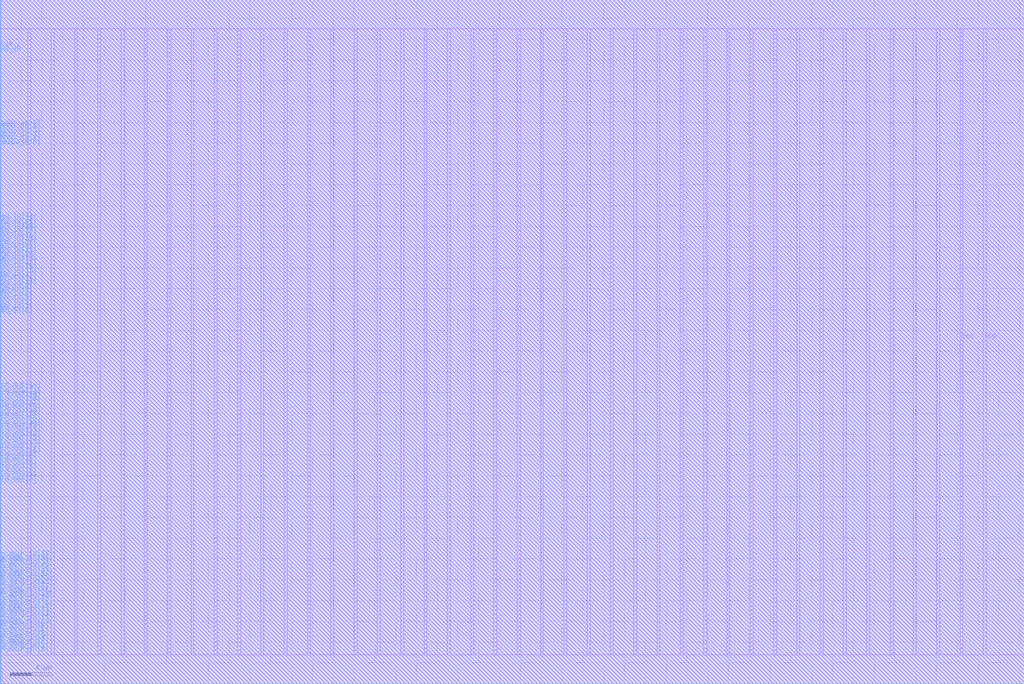
<source format=lef>
VERSION 5.7 ;
BUSBITCHARS "[]" ;
MACRO fakeram45_256x34_bottom
  FOREIGN fakeram45_256x34_bottom 0 0 ;
  SYMMETRY X Y R90 ;
  SIZE 0.19 BY 1.4 ;
  CLASS BLOCK ;
  PIN w_mask_in[0]
    DIRECTION INPUT ;
    USE SIGNAL ;
    SHAPE ABUTMENT ;
    PORT
      LAYER metal3 ;
      RECT 0.000 2.800 0.070 2.870 ;
    END
  END w_mask_in[0]
  PIN w_mask_in[1]
    DIRECTION INPUT ;
    USE SIGNAL ;
    SHAPE ABUTMENT ;
    PORT
      LAYER metal3 ;
      RECT 0.000 3.080 0.070 3.150 ;
    END
  END w_mask_in[1]
  PIN w_mask_in[2]
    DIRECTION INPUT ;
    USE SIGNAL ;
    SHAPE ABUTMENT ;
    PORT
      LAYER metal3 ;
      RECT 0.000 3.360 0.070 3.430 ;
    END
  END w_mask_in[2]
  PIN w_mask_in[3]
    DIRECTION INPUT ;
    USE SIGNAL ;
    SHAPE ABUTMENT ;
    PORT
      LAYER metal3 ;
      RECT 0.000 3.640 0.070 3.710 ;
    END
  END w_mask_in[3]
  PIN w_mask_in[4]
    DIRECTION INPUT ;
    USE SIGNAL ;
    SHAPE ABUTMENT ;
    PORT
      LAYER metal3 ;
      RECT 0.000 3.920 0.070 3.990 ;
    END
  END w_mask_in[4]
  PIN w_mask_in[5]
    DIRECTION INPUT ;
    USE SIGNAL ;
    SHAPE ABUTMENT ;
    PORT
      LAYER metal3 ;
      RECT 0.000 4.200 0.070 4.270 ;
    END
  END w_mask_in[5]
  PIN w_mask_in[6]
    DIRECTION INPUT ;
    USE SIGNAL ;
    SHAPE ABUTMENT ;
    PORT
      LAYER metal3 ;
      RECT 0.000 4.480 0.070 4.550 ;
    END
  END w_mask_in[6]
  PIN w_mask_in[7]
    DIRECTION INPUT ;
    USE SIGNAL ;
    SHAPE ABUTMENT ;
    PORT
      LAYER metal3 ;
      RECT 0.000 4.760 0.070 4.830 ;
    END
  END w_mask_in[7]
  PIN w_mask_in[8]
    DIRECTION INPUT ;
    USE SIGNAL ;
    SHAPE ABUTMENT ;
    PORT
      LAYER metal3 ;
      RECT 0.000 5.040 0.070 5.110 ;
    END
  END w_mask_in[8]
  PIN w_mask_in[9]
    DIRECTION INPUT ;
    USE SIGNAL ;
    SHAPE ABUTMENT ;
    PORT
      LAYER metal3 ;
      RECT 0.000 5.320 0.070 5.390 ;
    END
  END w_mask_in[9]
  PIN w_mask_in[10]
    DIRECTION INPUT ;
    USE SIGNAL ;
    SHAPE ABUTMENT ;
    PORT
      LAYER metal3 ;
      RECT 0.000 5.600 0.070 5.670 ;
    END
  END w_mask_in[10]
  PIN w_mask_in[11]
    DIRECTION INPUT ;
    USE SIGNAL ;
    SHAPE ABUTMENT ;
    PORT
      LAYER metal3 ;
      RECT 0.000 5.880 0.070 5.950 ;
    END
  END w_mask_in[11]
  PIN w_mask_in[12]
    DIRECTION INPUT ;
    USE SIGNAL ;
    SHAPE ABUTMENT ;
    PORT
      LAYER metal3 ;
      RECT 0.000 6.160 0.070 6.230 ;
    END
  END w_mask_in[12]
  PIN w_mask_in[13]
    DIRECTION INPUT ;
    USE SIGNAL ;
    SHAPE ABUTMENT ;
    PORT
      LAYER metal3 ;
      RECT 0.000 6.440 0.070 6.510 ;
    END
  END w_mask_in[13]
  PIN w_mask_in[14]
    DIRECTION INPUT ;
    USE SIGNAL ;
    SHAPE ABUTMENT ;
    PORT
      LAYER metal3 ;
      RECT 0.000 6.720 0.070 6.790 ;
    END
  END w_mask_in[14]
  PIN w_mask_in[15]
    DIRECTION INPUT ;
    USE SIGNAL ;
    SHAPE ABUTMENT ;
    PORT
      LAYER metal3 ;
      RECT 0.000 7.000 0.070 7.070 ;
    END
  END w_mask_in[15]
  PIN w_mask_in[16]
    DIRECTION INPUT ;
    USE SIGNAL ;
    SHAPE ABUTMENT ;
    PORT
      LAYER metal3 ;
      RECT 0.000 7.280 0.070 7.350 ;
    END
  END w_mask_in[16]
  PIN w_mask_in[17]
    DIRECTION INPUT ;
    USE SIGNAL ;
    SHAPE ABUTMENT ;
    PORT
      LAYER metal3 ;
      RECT 0.000 7.560 0.070 7.630 ;
    END
  END w_mask_in[17]
  PIN w_mask_in[18]
    DIRECTION INPUT ;
    USE SIGNAL ;
    SHAPE ABUTMENT ;
    PORT
      LAYER metal3 ;
      RECT 0.000 7.840 0.070 7.910 ;
    END
  END w_mask_in[18]
  PIN w_mask_in[19]
    DIRECTION INPUT ;
    USE SIGNAL ;
    SHAPE ABUTMENT ;
    PORT
      LAYER metal3 ;
      RECT 0.000 8.120 0.070 8.190 ;
    END
  END w_mask_in[19]
  PIN w_mask_in[20]
    DIRECTION INPUT ;
    USE SIGNAL ;
    SHAPE ABUTMENT ;
    PORT
      LAYER metal3 ;
      RECT 0.000 8.400 0.070 8.470 ;
    END
  END w_mask_in[20]
  PIN w_mask_in[21]
    DIRECTION INPUT ;
    USE SIGNAL ;
    SHAPE ABUTMENT ;
    PORT
      LAYER metal3 ;
      RECT 0.000 8.680 0.070 8.750 ;
    END
  END w_mask_in[21]
  PIN w_mask_in[22]
    DIRECTION INPUT ;
    USE SIGNAL ;
    SHAPE ABUTMENT ;
    PORT
      LAYER metal3 ;
      RECT 0.000 8.960 0.070 9.030 ;
    END
  END w_mask_in[22]
  PIN w_mask_in[23]
    DIRECTION INPUT ;
    USE SIGNAL ;
    SHAPE ABUTMENT ;
    PORT
      LAYER metal3 ;
      RECT 0.000 9.240 0.070 9.310 ;
    END
  END w_mask_in[23]
  PIN w_mask_in[24]
    DIRECTION INPUT ;
    USE SIGNAL ;
    SHAPE ABUTMENT ;
    PORT
      LAYER metal3 ;
      RECT 0.000 9.520 0.070 9.590 ;
    END
  END w_mask_in[24]
  PIN w_mask_in[25]
    DIRECTION INPUT ;
    USE SIGNAL ;
    SHAPE ABUTMENT ;
    PORT
      LAYER metal3 ;
      RECT 0.000 9.800 0.070 9.870 ;
    END
  END w_mask_in[25]
  PIN w_mask_in[26]
    DIRECTION INPUT ;
    USE SIGNAL ;
    SHAPE ABUTMENT ;
    PORT
      LAYER metal3 ;
      RECT 0.000 10.080 0.070 10.150 ;
    END
  END w_mask_in[26]
  PIN w_mask_in[27]
    DIRECTION INPUT ;
    USE SIGNAL ;
    SHAPE ABUTMENT ;
    PORT
      LAYER metal3 ;
      RECT 0.000 10.360 0.070 10.430 ;
    END
  END w_mask_in[27]
  PIN w_mask_in[28]
    DIRECTION INPUT ;
    USE SIGNAL ;
    SHAPE ABUTMENT ;
    PORT
      LAYER metal3 ;
      RECT 0.000 10.640 0.070 10.710 ;
    END
  END w_mask_in[28]
  PIN w_mask_in[29]
    DIRECTION INPUT ;
    USE SIGNAL ;
    SHAPE ABUTMENT ;
    PORT
      LAYER metal3 ;
      RECT 0.000 10.920 0.070 10.990 ;
    END
  END w_mask_in[29]
  PIN w_mask_in[30]
    DIRECTION INPUT ;
    USE SIGNAL ;
    SHAPE ABUTMENT ;
    PORT
      LAYER metal3 ;
      RECT 0.000 11.200 0.070 11.270 ;
    END
  END w_mask_in[30]
  PIN w_mask_in[31]
    DIRECTION INPUT ;
    USE SIGNAL ;
    SHAPE ABUTMENT ;
    PORT
      LAYER metal3 ;
      RECT 0.000 11.480 0.070 11.550 ;
    END
  END w_mask_in[31]
  PIN w_mask_in[32]
    DIRECTION INPUT ;
    USE SIGNAL ;
    SHAPE ABUTMENT ;
    PORT
      LAYER metal3 ;
      RECT 0.000 11.760 0.070 11.830 ;
    END
  END w_mask_in[32]
  PIN w_mask_in[33]
    DIRECTION INPUT ;
    USE SIGNAL ;
    SHAPE ABUTMENT ;
    PORT
      LAYER metal3 ;
      RECT 0.000 12.040 0.070 12.110 ;
    END
  END w_mask_in[33]
  PIN rd_out[0]
    DIRECTION OUTPUT ;
    USE SIGNAL ;
    SHAPE ABUTMENT ;
    PORT
      LAYER metal3 ;
      RECT 0.000 19.040 0.070 19.110 ;
    END
  END rd_out[0]
  PIN rd_out[1]
    DIRECTION OUTPUT ;
    USE SIGNAL ;
    SHAPE ABUTMENT ;
    PORT
      LAYER metal3 ;
      RECT 0.000 19.320 0.070 19.390 ;
    END
  END rd_out[1]
  PIN rd_out[2]
    DIRECTION OUTPUT ;
    USE SIGNAL ;
    SHAPE ABUTMENT ;
    PORT
      LAYER metal3 ;
      RECT 0.000 19.600 0.070 19.670 ;
    END
  END rd_out[2]
  PIN rd_out[3]
    DIRECTION OUTPUT ;
    USE SIGNAL ;
    SHAPE ABUTMENT ;
    PORT
      LAYER metal3 ;
      RECT 0.000 19.880 0.070 19.950 ;
    END
  END rd_out[3]
  PIN rd_out[4]
    DIRECTION OUTPUT ;
    USE SIGNAL ;
    SHAPE ABUTMENT ;
    PORT
      LAYER metal3 ;
      RECT 0.000 20.160 0.070 20.230 ;
    END
  END rd_out[4]
  PIN rd_out[5]
    DIRECTION OUTPUT ;
    USE SIGNAL ;
    SHAPE ABUTMENT ;
    PORT
      LAYER metal3 ;
      RECT 0.000 20.440 0.070 20.510 ;
    END
  END rd_out[5]
  PIN rd_out[6]
    DIRECTION OUTPUT ;
    USE SIGNAL ;
    SHAPE ABUTMENT ;
    PORT
      LAYER metal3 ;
      RECT 0.000 20.720 0.070 20.790 ;
    END
  END rd_out[6]
  PIN rd_out[7]
    DIRECTION OUTPUT ;
    USE SIGNAL ;
    SHAPE ABUTMENT ;
    PORT
      LAYER metal3 ;
      RECT 0.000 21.000 0.070 21.070 ;
    END
  END rd_out[7]
  PIN rd_out[8]
    DIRECTION OUTPUT ;
    USE SIGNAL ;
    SHAPE ABUTMENT ;
    PORT
      LAYER metal3 ;
      RECT 0.000 21.280 0.070 21.350 ;
    END
  END rd_out[8]
  PIN rd_out[9]
    DIRECTION OUTPUT ;
    USE SIGNAL ;
    SHAPE ABUTMENT ;
    PORT
      LAYER metal3 ;
      RECT 0.000 21.560 0.070 21.630 ;
    END
  END rd_out[9]
  PIN rd_out[10]
    DIRECTION OUTPUT ;
    USE SIGNAL ;
    SHAPE ABUTMENT ;
    PORT
      LAYER metal3 ;
      RECT 0.000 21.840 0.070 21.910 ;
    END
  END rd_out[10]
  PIN rd_out[11]
    DIRECTION OUTPUT ;
    USE SIGNAL ;
    SHAPE ABUTMENT ;
    PORT
      LAYER metal3 ;
      RECT 0.000 22.120 0.070 22.190 ;
    END
  END rd_out[11]
  PIN rd_out[12]
    DIRECTION OUTPUT ;
    USE SIGNAL ;
    SHAPE ABUTMENT ;
    PORT
      LAYER metal3 ;
      RECT 0.000 22.400 0.070 22.470 ;
    END
  END rd_out[12]
  PIN rd_out[13]
    DIRECTION OUTPUT ;
    USE SIGNAL ;
    SHAPE ABUTMENT ;
    PORT
      LAYER metal3 ;
      RECT 0.000 22.680 0.070 22.750 ;
    END
  END rd_out[13]
  PIN rd_out[14]
    DIRECTION OUTPUT ;
    USE SIGNAL ;
    SHAPE ABUTMENT ;
    PORT
      LAYER metal3 ;
      RECT 0.000 22.960 0.070 23.030 ;
    END
  END rd_out[14]
  PIN rd_out[15]
    DIRECTION OUTPUT ;
    USE SIGNAL ;
    SHAPE ABUTMENT ;
    PORT
      LAYER metal3 ;
      RECT 0.000 23.240 0.070 23.310 ;
    END
  END rd_out[15]
  PIN rd_out[16]
    DIRECTION OUTPUT ;
    USE SIGNAL ;
    SHAPE ABUTMENT ;
    PORT
      LAYER metal3 ;
      RECT 0.000 23.520 0.070 23.590 ;
    END
  END rd_out[16]
  PIN rd_out[17]
    DIRECTION OUTPUT ;
    USE SIGNAL ;
    SHAPE ABUTMENT ;
    PORT
      LAYER metal3 ;
      RECT 0.000 23.800 0.070 23.870 ;
    END
  END rd_out[17]
  PIN rd_out[18]
    DIRECTION OUTPUT ;
    USE SIGNAL ;
    SHAPE ABUTMENT ;
    PORT
      LAYER metal3 ;
      RECT 0.000 24.080 0.070 24.150 ;
    END
  END rd_out[18]
  PIN rd_out[19]
    DIRECTION OUTPUT ;
    USE SIGNAL ;
    SHAPE ABUTMENT ;
    PORT
      LAYER metal3 ;
      RECT 0.000 24.360 0.070 24.430 ;
    END
  END rd_out[19]
  PIN rd_out[20]
    DIRECTION OUTPUT ;
    USE SIGNAL ;
    SHAPE ABUTMENT ;
    PORT
      LAYER metal3 ;
      RECT 0.000 24.640 0.070 24.710 ;
    END
  END rd_out[20]
  PIN rd_out[21]
    DIRECTION OUTPUT ;
    USE SIGNAL ;
    SHAPE ABUTMENT ;
    PORT
      LAYER metal3 ;
      RECT 0.000 24.920 0.070 24.990 ;
    END
  END rd_out[21]
  PIN rd_out[22]
    DIRECTION OUTPUT ;
    USE SIGNAL ;
    SHAPE ABUTMENT ;
    PORT
      LAYER metal3 ;
      RECT 0.000 25.200 0.070 25.270 ;
    END
  END rd_out[22]
  PIN rd_out[23]
    DIRECTION OUTPUT ;
    USE SIGNAL ;
    SHAPE ABUTMENT ;
    PORT
      LAYER metal3 ;
      RECT 0.000 25.480 0.070 25.550 ;
    END
  END rd_out[23]
  PIN rd_out[24]
    DIRECTION OUTPUT ;
    USE SIGNAL ;
    SHAPE ABUTMENT ;
    PORT
      LAYER metal3 ;
      RECT 0.000 25.760 0.070 25.830 ;
    END
  END rd_out[24]
  PIN rd_out[25]
    DIRECTION OUTPUT ;
    USE SIGNAL ;
    SHAPE ABUTMENT ;
    PORT
      LAYER metal3 ;
      RECT 0.000 26.040 0.070 26.110 ;
    END
  END rd_out[25]
  PIN rd_out[26]
    DIRECTION OUTPUT ;
    USE SIGNAL ;
    SHAPE ABUTMENT ;
    PORT
      LAYER metal3 ;
      RECT 0.000 26.320 0.070 26.390 ;
    END
  END rd_out[26]
  PIN rd_out[27]
    DIRECTION OUTPUT ;
    USE SIGNAL ;
    SHAPE ABUTMENT ;
    PORT
      LAYER metal3 ;
      RECT 0.000 26.600 0.070 26.670 ;
    END
  END rd_out[27]
  PIN rd_out[28]
    DIRECTION OUTPUT ;
    USE SIGNAL ;
    SHAPE ABUTMENT ;
    PORT
      LAYER metal3 ;
      RECT 0.000 26.880 0.070 26.950 ;
    END
  END rd_out[28]
  PIN rd_out[29]
    DIRECTION OUTPUT ;
    USE SIGNAL ;
    SHAPE ABUTMENT ;
    PORT
      LAYER metal3 ;
      RECT 0.000 27.160 0.070 27.230 ;
    END
  END rd_out[29]
  PIN rd_out[30]
    DIRECTION OUTPUT ;
    USE SIGNAL ;
    SHAPE ABUTMENT ;
    PORT
      LAYER metal3 ;
      RECT 0.000 27.440 0.070 27.510 ;
    END
  END rd_out[30]
  PIN rd_out[31]
    DIRECTION OUTPUT ;
    USE SIGNAL ;
    SHAPE ABUTMENT ;
    PORT
      LAYER metal3 ;
      RECT 0.000 27.720 0.070 27.790 ;
    END
  END rd_out[31]
  PIN rd_out[32]
    DIRECTION OUTPUT ;
    USE SIGNAL ;
    SHAPE ABUTMENT ;
    PORT
      LAYER metal3 ;
      RECT 0.000 28.000 0.070 28.070 ;
    END
  END rd_out[32]
  PIN rd_out[33]
    DIRECTION OUTPUT ;
    USE SIGNAL ;
    SHAPE ABUTMENT ;
    PORT
      LAYER metal3 ;
      RECT 0.000 28.280 0.070 28.350 ;
    END
  END rd_out[33]
  PIN wd_in[0]
    DIRECTION INPUT ;
    USE SIGNAL ;
    SHAPE ABUTMENT ;
    PORT
      LAYER metal3 ;
      RECT 0.000 35.280 0.070 35.350 ;
    END
  END wd_in[0]
  PIN wd_in[1]
    DIRECTION INPUT ;
    USE SIGNAL ;
    SHAPE ABUTMENT ;
    PORT
      LAYER metal3 ;
      RECT 0.000 35.560 0.070 35.630 ;
    END
  END wd_in[1]
  PIN wd_in[2]
    DIRECTION INPUT ;
    USE SIGNAL ;
    SHAPE ABUTMENT ;
    PORT
      LAYER metal3 ;
      RECT 0.000 35.840 0.070 35.910 ;
    END
  END wd_in[2]
  PIN wd_in[3]
    DIRECTION INPUT ;
    USE SIGNAL ;
    SHAPE ABUTMENT ;
    PORT
      LAYER metal3 ;
      RECT 0.000 36.120 0.070 36.190 ;
    END
  END wd_in[3]
  PIN wd_in[4]
    DIRECTION INPUT ;
    USE SIGNAL ;
    SHAPE ABUTMENT ;
    PORT
      LAYER metal3 ;
      RECT 0.000 36.400 0.070 36.470 ;
    END
  END wd_in[4]
  PIN wd_in[5]
    DIRECTION INPUT ;
    USE SIGNAL ;
    SHAPE ABUTMENT ;
    PORT
      LAYER metal3 ;
      RECT 0.000 36.680 0.070 36.750 ;
    END
  END wd_in[5]
  PIN wd_in[6]
    DIRECTION INPUT ;
    USE SIGNAL ;
    SHAPE ABUTMENT ;
    PORT
      LAYER metal3 ;
      RECT 0.000 36.960 0.070 37.030 ;
    END
  END wd_in[6]
  PIN wd_in[7]
    DIRECTION INPUT ;
    USE SIGNAL ;
    SHAPE ABUTMENT ;
    PORT
      LAYER metal3 ;
      RECT 0.000 37.240 0.070 37.310 ;
    END
  END wd_in[7]
  PIN wd_in[8]
    DIRECTION INPUT ;
    USE SIGNAL ;
    SHAPE ABUTMENT ;
    PORT
      LAYER metal3 ;
      RECT 0.000 37.520 0.070 37.590 ;
    END
  END wd_in[8]
  PIN wd_in[9]
    DIRECTION INPUT ;
    USE SIGNAL ;
    SHAPE ABUTMENT ;
    PORT
      LAYER metal3 ;
      RECT 0.000 37.800 0.070 37.870 ;
    END
  END wd_in[9]
  PIN wd_in[10]
    DIRECTION INPUT ;
    USE SIGNAL ;
    SHAPE ABUTMENT ;
    PORT
      LAYER metal3 ;
      RECT 0.000 38.080 0.070 38.150 ;
    END
  END wd_in[10]
  PIN wd_in[11]
    DIRECTION INPUT ;
    USE SIGNAL ;
    SHAPE ABUTMENT ;
    PORT
      LAYER metal3 ;
      RECT 0.000 38.360 0.070 38.430 ;
    END
  END wd_in[11]
  PIN wd_in[12]
    DIRECTION INPUT ;
    USE SIGNAL ;
    SHAPE ABUTMENT ;
    PORT
      LAYER metal3 ;
      RECT 0.000 38.640 0.070 38.710 ;
    END
  END wd_in[12]
  PIN wd_in[13]
    DIRECTION INPUT ;
    USE SIGNAL ;
    SHAPE ABUTMENT ;
    PORT
      LAYER metal3 ;
      RECT 0.000 38.920 0.070 38.990 ;
    END
  END wd_in[13]
  PIN wd_in[14]
    DIRECTION INPUT ;
    USE SIGNAL ;
    SHAPE ABUTMENT ;
    PORT
      LAYER metal3 ;
      RECT 0.000 39.200 0.070 39.270 ;
    END
  END wd_in[14]
  PIN wd_in[15]
    DIRECTION INPUT ;
    USE SIGNAL ;
    SHAPE ABUTMENT ;
    PORT
      LAYER metal3 ;
      RECT 0.000 39.480 0.070 39.550 ;
    END
  END wd_in[15]
  PIN wd_in[16]
    DIRECTION INPUT ;
    USE SIGNAL ;
    SHAPE ABUTMENT ;
    PORT
      LAYER metal3 ;
      RECT 0.000 39.760 0.070 39.830 ;
    END
  END wd_in[16]
  PIN wd_in[17]
    DIRECTION INPUT ;
    USE SIGNAL ;
    SHAPE ABUTMENT ;
    PORT
      LAYER metal3 ;
      RECT 0.000 40.040 0.070 40.110 ;
    END
  END wd_in[17]
  PIN wd_in[18]
    DIRECTION INPUT ;
    USE SIGNAL ;
    SHAPE ABUTMENT ;
    PORT
      LAYER metal3 ;
      RECT 0.000 40.320 0.070 40.390 ;
    END
  END wd_in[18]
  PIN wd_in[19]
    DIRECTION INPUT ;
    USE SIGNAL ;
    SHAPE ABUTMENT ;
    PORT
      LAYER metal3 ;
      RECT 0.000 40.600 0.070 40.670 ;
    END
  END wd_in[19]
  PIN wd_in[20]
    DIRECTION INPUT ;
    USE SIGNAL ;
    SHAPE ABUTMENT ;
    PORT
      LAYER metal3 ;
      RECT 0.000 40.880 0.070 40.950 ;
    END
  END wd_in[20]
  PIN wd_in[21]
    DIRECTION INPUT ;
    USE SIGNAL ;
    SHAPE ABUTMENT ;
    PORT
      LAYER metal3 ;
      RECT 0.000 41.160 0.070 41.230 ;
    END
  END wd_in[21]
  PIN wd_in[22]
    DIRECTION INPUT ;
    USE SIGNAL ;
    SHAPE ABUTMENT ;
    PORT
      LAYER metal3 ;
      RECT 0.000 41.440 0.070 41.510 ;
    END
  END wd_in[22]
  PIN wd_in[23]
    DIRECTION INPUT ;
    USE SIGNAL ;
    SHAPE ABUTMENT ;
    PORT
      LAYER metal3 ;
      RECT 0.000 41.720 0.070 41.790 ;
    END
  END wd_in[23]
  PIN wd_in[24]
    DIRECTION INPUT ;
    USE SIGNAL ;
    SHAPE ABUTMENT ;
    PORT
      LAYER metal3 ;
      RECT 0.000 42.000 0.070 42.070 ;
    END
  END wd_in[24]
  PIN wd_in[25]
    DIRECTION INPUT ;
    USE SIGNAL ;
    SHAPE ABUTMENT ;
    PORT
      LAYER metal3 ;
      RECT 0.000 42.280 0.070 42.350 ;
    END
  END wd_in[25]
  PIN wd_in[26]
    DIRECTION INPUT ;
    USE SIGNAL ;
    SHAPE ABUTMENT ;
    PORT
      LAYER metal3 ;
      RECT 0.000 42.560 0.070 42.630 ;
    END
  END wd_in[26]
  PIN wd_in[27]
    DIRECTION INPUT ;
    USE SIGNAL ;
    SHAPE ABUTMENT ;
    PORT
      LAYER metal3 ;
      RECT 0.000 42.840 0.070 42.910 ;
    END
  END wd_in[27]
  PIN wd_in[28]
    DIRECTION INPUT ;
    USE SIGNAL ;
    SHAPE ABUTMENT ;
    PORT
      LAYER metal3 ;
      RECT 0.000 43.120 0.070 43.190 ;
    END
  END wd_in[28]
  PIN wd_in[29]
    DIRECTION INPUT ;
    USE SIGNAL ;
    SHAPE ABUTMENT ;
    PORT
      LAYER metal3 ;
      RECT 0.000 43.400 0.070 43.470 ;
    END
  END wd_in[29]
  PIN wd_in[30]
    DIRECTION INPUT ;
    USE SIGNAL ;
    SHAPE ABUTMENT ;
    PORT
      LAYER metal3 ;
      RECT 0.000 43.680 0.070 43.750 ;
    END
  END wd_in[30]
  PIN wd_in[31]
    DIRECTION INPUT ;
    USE SIGNAL ;
    SHAPE ABUTMENT ;
    PORT
      LAYER metal3 ;
      RECT 0.000 43.960 0.070 44.030 ;
    END
  END wd_in[31]
  PIN wd_in[32]
    DIRECTION INPUT ;
    USE SIGNAL ;
    SHAPE ABUTMENT ;
    PORT
      LAYER metal3 ;
      RECT 0.000 44.240 0.070 44.310 ;
    END
  END wd_in[32]
  PIN wd_in[33]
    DIRECTION INPUT ;
    USE SIGNAL ;
    SHAPE ABUTMENT ;
    PORT
      LAYER metal3 ;
      RECT 0.000 44.520 0.070 44.590 ;
    END
  END wd_in[33]
  PIN addr_in[0]
    DIRECTION INPUT ;
    USE SIGNAL ;
    SHAPE ABUTMENT ;
    PORT
      LAYER metal3 ;
      RECT 0.000 51.520 0.070 51.590 ;
    END
  END addr_in[0]
  PIN addr_in[1]
    DIRECTION INPUT ;
    USE SIGNAL ;
    SHAPE ABUTMENT ;
    PORT
      LAYER metal3 ;
      RECT 0.000 51.800 0.070 51.870 ;
    END
  END addr_in[1]
  PIN addr_in[2]
    DIRECTION INPUT ;
    USE SIGNAL ;
    SHAPE ABUTMENT ;
    PORT
      LAYER metal3 ;
      RECT 0.000 52.080 0.070 52.150 ;
    END
  END addr_in[2]
  PIN addr_in[3]
    DIRECTION INPUT ;
    USE SIGNAL ;
    SHAPE ABUTMENT ;
    PORT
      LAYER metal3 ;
      RECT 0.000 52.360 0.070 52.430 ;
    END
  END addr_in[3]
  PIN addr_in[4]
    DIRECTION INPUT ;
    USE SIGNAL ;
    SHAPE ABUTMENT ;
    PORT
      LAYER metal3 ;
      RECT 0.000 52.640 0.070 52.710 ;
    END
  END addr_in[4]
  PIN addr_in[5]
    DIRECTION INPUT ;
    USE SIGNAL ;
    SHAPE ABUTMENT ;
    PORT
      LAYER metal3 ;
      RECT 0.000 52.920 0.070 52.990 ;
    END
  END addr_in[5]
  PIN addr_in[6]
    DIRECTION INPUT ;
    USE SIGNAL ;
    SHAPE ABUTMENT ;
    PORT
      LAYER metal3 ;
      RECT 0.000 53.200 0.070 53.270 ;
    END
  END addr_in[6]
  PIN addr_in[7]
    DIRECTION INPUT ;
    USE SIGNAL ;
    SHAPE ABUTMENT ;
    PORT
      LAYER metal3 ;
      RECT 0.000 53.480 0.070 53.550 ;
    END
  END addr_in[7]
  PIN we_in
    DIRECTION INPUT ;
    USE SIGNAL ;
    SHAPE ABUTMENT ;
    PORT
      LAYER metal3 ;
      RECT 0.000 60.480 0.070 60.550 ;
    END
  END we_in
  PIN ce_in
    DIRECTION INPUT ;
    USE SIGNAL ;
    SHAPE ABUTMENT ;
    PORT
      LAYER metal3 ;
      RECT 0.000 60.760 0.070 60.830 ;
    END
  END ce_in
  PIN clk
    DIRECTION INPUT ;
    USE SIGNAL ;
    SHAPE ABUTMENT ;
    PORT
      LAYER metal3 ;
      RECT 0.000 61.040 0.070 61.110 ;
    END
  END clk
  PIN VSS
    DIRECTION INOUT ;
    USE GROUND ;
    PORT
      LAYER metal17 ;
      RECT 2.660 2.800 2.940 63.000 ;
      RECT 7.140 2.800 7.420 63.000 ;
      RECT 11.620 2.800 11.900 63.000 ;
      RECT 16.100 2.800 16.380 63.000 ;
      RECT 20.580 2.800 20.860 63.000 ;
      RECT 25.060 2.800 25.340 63.000 ;
      RECT 29.540 2.800 29.820 63.000 ;
      RECT 34.020 2.800 34.300 63.000 ;
      RECT 38.500 2.800 38.780 63.000 ;
      RECT 42.980 2.800 43.260 63.000 ;
      RECT 47.460 2.800 47.740 63.000 ;
      RECT 51.940 2.800 52.220 63.000 ;
      RECT 56.420 2.800 56.700 63.000 ;
      RECT 60.900 2.800 61.180 63.000 ;
      RECT 65.380 2.800 65.660 63.000 ;
      RECT 69.860 2.800 70.140 63.000 ;
      RECT 74.340 2.800 74.620 63.000 ;
      RECT 78.820 2.800 79.100 63.000 ;
      RECT 83.300 2.800 83.580 63.000 ;
      RECT 87.780 2.800 88.060 63.000 ;
      RECT 92.260 2.800 92.540 63.000 ;
    END
  END VSS
  PIN VDD
    DIRECTION INOUT ;
    USE POWER ;
    PORT
      LAYER metal17 ;
      RECT 4.900 2.800 5.180 63.000 ;
      RECT 9.380 2.800 9.660 63.000 ;
      RECT 13.860 2.800 14.140 63.000 ;
      RECT 18.340 2.800 18.620 63.000 ;
      RECT 22.820 2.800 23.100 63.000 ;
      RECT 27.300 2.800 27.580 63.000 ;
      RECT 31.780 2.800 32.060 63.000 ;
      RECT 36.260 2.800 36.540 63.000 ;
      RECT 40.740 2.800 41.020 63.000 ;
      RECT 45.220 2.800 45.500 63.000 ;
      RECT 49.700 2.800 49.980 63.000 ;
      RECT 54.180 2.800 54.460 63.000 ;
      RECT 58.660 2.800 58.940 63.000 ;
      RECT 63.140 2.800 63.420 63.000 ;
      RECT 67.620 2.800 67.900 63.000 ;
      RECT 72.100 2.800 72.380 63.000 ;
      RECT 76.580 2.800 76.860 63.000 ;
      RECT 81.060 2.800 81.340 63.000 ;
      RECT 85.540 2.800 85.820 63.000 ;
      RECT 90.020 2.800 90.300 63.000 ;
      RECT 94.500 2.800 94.780 63.000 ;
    END
  END VDD
  OBS
    LAYER metal20 ;
    RECT 0 0 98.420 65.800 ;
    LAYER metal19 ;
    RECT 0 0 98.420 65.800 ;
    LAYER metal3 ;
    RECT 0.070 0 98.420 65.800 ;
    RECT 0 0.000 0.070 2.800 ;
    RECT 0 2.870 0.070 3.080 ;
    RECT 0 3.150 0.070 3.360 ;
    RECT 0 3.430 0.070 3.640 ;
    RECT 0 3.710 0.070 3.920 ;
    RECT 0 3.990 0.070 4.200 ;
    RECT 0 4.270 0.070 4.480 ;
    RECT 0 4.550 0.070 4.760 ;
    RECT 0 4.830 0.070 5.040 ;
    RECT 0 5.110 0.070 5.320 ;
    RECT 0 5.390 0.070 5.600 ;
    RECT 0 5.670 0.070 5.880 ;
    RECT 0 5.950 0.070 6.160 ;
    RECT 0 6.230 0.070 6.440 ;
    RECT 0 6.510 0.070 6.720 ;
    RECT 0 6.790 0.070 7.000 ;
    RECT 0 7.070 0.070 7.280 ;
    RECT 0 7.350 0.070 7.560 ;
    RECT 0 7.630 0.070 7.840 ;
    RECT 0 7.910 0.070 8.120 ;
    RECT 0 8.190 0.070 8.400 ;
    RECT 0 8.470 0.070 8.680 ;
    RECT 0 8.750 0.070 8.960 ;
    RECT 0 9.030 0.070 9.240 ;
    RECT 0 9.310 0.070 9.520 ;
    RECT 0 9.590 0.070 9.800 ;
    RECT 0 9.870 0.070 10.080 ;
    RECT 0 10.150 0.070 10.360 ;
    RECT 0 10.430 0.070 10.640 ;
    RECT 0 10.710 0.070 10.920 ;
    RECT 0 10.990 0.070 11.200 ;
    RECT 0 11.270 0.070 11.480 ;
    RECT 0 11.550 0.070 11.760 ;
    RECT 0 11.830 0.070 12.040 ;
    RECT 0 12.110 0.070 19.040 ;
    RECT 0 19.110 0.070 19.320 ;
    RECT 0 19.390 0.070 19.600 ;
    RECT 0 19.670 0.070 19.880 ;
    RECT 0 19.950 0.070 20.160 ;
    RECT 0 20.230 0.070 20.440 ;
    RECT 0 20.510 0.070 20.720 ;
    RECT 0 20.790 0.070 21.000 ;
    RECT 0 21.070 0.070 21.280 ;
    RECT 0 21.350 0.070 21.560 ;
    RECT 0 21.630 0.070 21.840 ;
    RECT 0 21.910 0.070 22.120 ;
    RECT 0 22.190 0.070 22.400 ;
    RECT 0 22.470 0.070 22.680 ;
    RECT 0 22.750 0.070 22.960 ;
    RECT 0 23.030 0.070 23.240 ;
    RECT 0 23.310 0.070 23.520 ;
    RECT 0 23.590 0.070 23.800 ;
    RECT 0 23.870 0.070 24.080 ;
    RECT 0 24.150 0.070 24.360 ;
    RECT 0 24.430 0.070 24.640 ;
    RECT 0 24.710 0.070 24.920 ;
    RECT 0 24.990 0.070 25.200 ;
    RECT 0 25.270 0.070 25.480 ;
    RECT 0 25.550 0.070 25.760 ;
    RECT 0 25.830 0.070 26.040 ;
    RECT 0 26.110 0.070 26.320 ;
    RECT 0 26.390 0.070 26.600 ;
    RECT 0 26.670 0.070 26.880 ;
    RECT 0 26.950 0.070 27.160 ;
    RECT 0 27.230 0.070 27.440 ;
    RECT 0 27.510 0.070 27.720 ;
    RECT 0 27.790 0.070 28.000 ;
    RECT 0 28.070 0.070 28.280 ;
    RECT 0 28.350 0.070 35.280 ;
    RECT 0 35.350 0.070 35.560 ;
    RECT 0 35.630 0.070 35.840 ;
    RECT 0 35.910 0.070 36.120 ;
    RECT 0 36.190 0.070 36.400 ;
    RECT 0 36.470 0.070 36.680 ;
    RECT 0 36.750 0.070 36.960 ;
    RECT 0 37.030 0.070 37.240 ;
    RECT 0 37.310 0.070 37.520 ;
    RECT 0 37.590 0.070 37.800 ;
    RECT 0 37.870 0.070 38.080 ;
    RECT 0 38.150 0.070 38.360 ;
    RECT 0 38.430 0.070 38.640 ;
    RECT 0 38.710 0.070 38.920 ;
    RECT 0 38.990 0.070 39.200 ;
    RECT 0 39.270 0.070 39.480 ;
    RECT 0 39.550 0.070 39.760 ;
    RECT 0 39.830 0.070 40.040 ;
    RECT 0 40.110 0.070 40.320 ;
    RECT 0 40.390 0.070 40.600 ;
    RECT 0 40.670 0.070 40.880 ;
    RECT 0 40.950 0.070 41.160 ;
    RECT 0 41.230 0.070 41.440 ;
    RECT 0 41.510 0.070 41.720 ;
    RECT 0 41.790 0.070 42.000 ;
    RECT 0 42.070 0.070 42.280 ;
    RECT 0 42.350 0.070 42.560 ;
    RECT 0 42.630 0.070 42.840 ;
    RECT 0 42.910 0.070 43.120 ;
    RECT 0 43.190 0.070 43.400 ;
    RECT 0 43.470 0.070 43.680 ;
    RECT 0 43.750 0.070 43.960 ;
    RECT 0 44.030 0.070 44.240 ;
    RECT 0 44.310 0.070 44.520 ;
    RECT 0 44.590 0.070 51.520 ;
    RECT 0 51.590 0.070 51.800 ;
    RECT 0 51.870 0.070 52.080 ;
    RECT 0 52.150 0.070 52.360 ;
    RECT 0 52.430 0.070 52.640 ;
    RECT 0 52.710 0.070 52.920 ;
    RECT 0 52.990 0.070 53.200 ;
    RECT 0 53.270 0.070 53.480 ;
    RECT 0 53.550 0.070 60.480 ;
    RECT 0 60.550 0.070 60.760 ;
    RECT 0 60.830 0.070 61.040 ;
    RECT 0 61.110 0.070 65.800 ;
    LAYER metal17 ;
    RECT 0 0 98.420 2.800 ;
    RECT 0 63.000 98.420 65.800 ;
    RECT 0.000 2.800 2.660 63.000 ;
    RECT 2.940 2.800 4.900 63.000 ;
    RECT 5.180 2.800 7.140 63.000 ;
    RECT 7.420 2.800 9.380 63.000 ;
    RECT 9.660 2.800 11.620 63.000 ;
    RECT 11.900 2.800 13.860 63.000 ;
    RECT 14.140 2.800 16.100 63.000 ;
    RECT 16.380 2.800 18.340 63.000 ;
    RECT 18.620 2.800 20.580 63.000 ;
    RECT 20.860 2.800 22.820 63.000 ;
    RECT 23.100 2.800 25.060 63.000 ;
    RECT 25.340 2.800 27.300 63.000 ;
    RECT 27.580 2.800 29.540 63.000 ;
    RECT 29.820 2.800 31.780 63.000 ;
    RECT 32.060 2.800 34.020 63.000 ;
    RECT 34.300 2.800 36.260 63.000 ;
    RECT 36.540 2.800 38.500 63.000 ;
    RECT 38.780 2.800 40.740 63.000 ;
    RECT 41.020 2.800 42.980 63.000 ;
    RECT 43.260 2.800 45.220 63.000 ;
    RECT 45.500 2.800 47.460 63.000 ;
    RECT 47.740 2.800 49.700 63.000 ;
    RECT 49.980 2.800 51.940 63.000 ;
    RECT 52.220 2.800 54.180 63.000 ;
    RECT 54.460 2.800 56.420 63.000 ;
    RECT 56.700 2.800 58.660 63.000 ;
    RECT 58.940 2.800 60.900 63.000 ;
    RECT 61.180 2.800 63.140 63.000 ;
    RECT 63.420 2.800 65.380 63.000 ;
    RECT 65.660 2.800 67.620 63.000 ;
    RECT 67.900 2.800 69.860 63.000 ;
    RECT 70.140 2.800 72.100 63.000 ;
    RECT 72.380 2.800 74.340 63.000 ;
    RECT 74.620 2.800 76.580 63.000 ;
    RECT 76.860 2.800 78.820 63.000 ;
    RECT 79.100 2.800 81.060 63.000 ;
    RECT 81.340 2.800 83.300 63.000 ;
    RECT 83.580 2.800 85.540 63.000 ;
    RECT 85.820 2.800 87.780 63.000 ;
    RECT 88.060 2.800 90.020 63.000 ;
    RECT 90.300 2.800 92.260 63.000 ;
    RECT 92.540 2.800 94.500 63.000 ;
    RECT 94.780 2.800 98.420 63.000 ;
  END
END fakeram45_256x34_bottom

END LIBRARY

</source>
